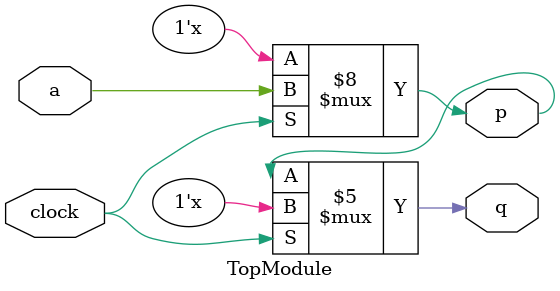
<source format=sv>

module TopModule (
  input clock,
  input a,
  output reg p,
  output reg q
);

always @(*) begin
  if (clock)
    p = a;
end

always @(*) begin
  if (!clock)
    q = p;
end
endmodule

</source>
